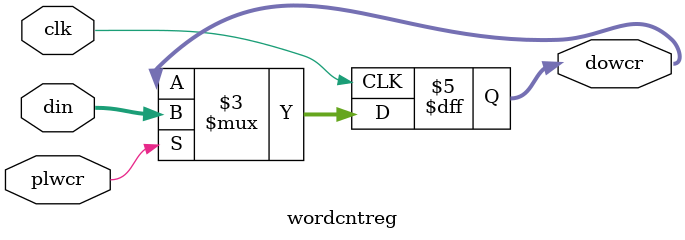
<source format=sv>
module wordcntreg(din,plwcr,clk,dowcr);
  input [7:0] din;
  input plwcr,clk;
  output reg [7:0] dowcr;
  
  always @(posedge clk)
    if(plwcr)
      dowcr=din;
  
endmodule
</source>
